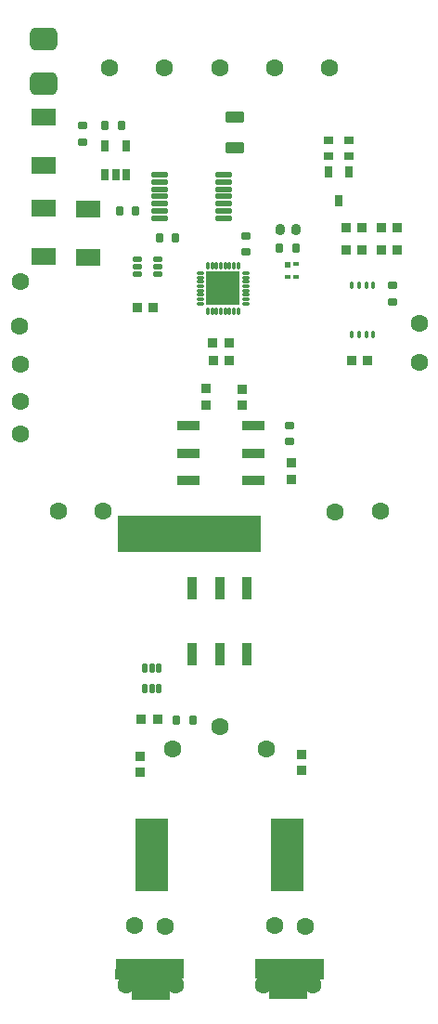
<source format=gts>
G04 Layer_Color=8388736*
%FSTAX43Y43*%
%MOMM*%
G71*
G01*
G75*
G04:AMPARAMS|DCode=50|XSize=0.85mm|YSize=0.7mm|CornerRadius=0.2mm|HoleSize=0mm|Usage=FLASHONLY|Rotation=90.000|XOffset=0mm|YOffset=0mm|HoleType=Round|Shape=RoundedRectangle|*
%AMROUNDEDRECTD50*
21,1,0.850,0.300,0,0,90.0*
21,1,0.450,0.700,0,0,90.0*
1,1,0.400,0.150,0.225*
1,1,0.400,0.150,-0.225*
1,1,0.400,-0.150,-0.225*
1,1,0.400,-0.150,0.225*
%
%ADD50ROUNDEDRECTD50*%
G04:AMPARAMS|DCode=51|XSize=1.6mm|YSize=0.45mm|CornerRadius=0.138mm|HoleSize=0mm|Usage=FLASHONLY|Rotation=180.000|XOffset=0mm|YOffset=0mm|HoleType=Round|Shape=RoundedRectangle|*
%AMROUNDEDRECTD51*
21,1,1.600,0.175,0,0,180.0*
21,1,1.325,0.450,0,0,180.0*
1,1,0.275,-0.662,0.087*
1,1,0.275,0.662,0.087*
1,1,0.275,0.662,-0.087*
1,1,0.275,-0.662,-0.087*
%
%ADD51ROUNDEDRECTD51*%
%ADD52R,0.900X0.950*%
%ADD53R,0.950X0.900*%
G04:AMPARAMS|DCode=54|XSize=0.5mm|YSize=0.85mm|CornerRadius=0.15mm|HoleSize=0mm|Usage=FLASHONLY|Rotation=270.000|XOffset=0mm|YOffset=0mm|HoleType=Round|Shape=RoundedRectangle|*
%AMROUNDEDRECTD54*
21,1,0.500,0.550,0,0,270.0*
21,1,0.200,0.850,0,0,270.0*
1,1,0.300,-0.275,-0.100*
1,1,0.300,-0.275,0.100*
1,1,0.300,0.275,0.100*
1,1,0.300,0.275,-0.100*
%
%ADD54ROUNDEDRECTD54*%
G04:AMPARAMS|DCode=55|XSize=0.5mm|YSize=0.85mm|CornerRadius=0.15mm|HoleSize=0mm|Usage=FLASHONLY|Rotation=180.000|XOffset=0mm|YOffset=0mm|HoleType=Round|Shape=RoundedRectangle|*
%AMROUNDEDRECTD55*
21,1,0.500,0.550,0,0,180.0*
21,1,0.200,0.850,0,0,180.0*
1,1,0.300,-0.100,0.275*
1,1,0.300,0.100,0.275*
1,1,0.300,0.100,-0.275*
1,1,0.300,-0.100,-0.275*
%
%ADD55ROUNDEDRECTD55*%
G04:AMPARAMS|DCode=56|XSize=0.85mm|YSize=0.7mm|CornerRadius=0.2mm|HoleSize=0mm|Usage=FLASHONLY|Rotation=0.000|XOffset=0mm|YOffset=0mm|HoleType=Round|Shape=RoundedRectangle|*
%AMROUNDEDRECTD56*
21,1,0.850,0.300,0,0,0.0*
21,1,0.450,0.700,0,0,0.0*
1,1,0.400,0.225,-0.150*
1,1,0.400,-0.225,-0.150*
1,1,0.400,-0.225,0.150*
1,1,0.400,0.225,0.150*
%
%ADD56ROUNDEDRECTD56*%
G04:AMPARAMS|DCode=57|XSize=2.5mm|YSize=2.1mm|CornerRadius=0.55mm|HoleSize=0mm|Usage=FLASHONLY|Rotation=180.000|XOffset=0mm|YOffset=0mm|HoleType=Round|Shape=RoundedRectangle|*
%AMROUNDEDRECTD57*
21,1,2.500,1.000,0,0,180.0*
21,1,1.400,2.100,0,0,180.0*
1,1,1.100,-0.700,0.500*
1,1,1.100,0.700,0.500*
1,1,1.100,0.700,-0.500*
1,1,1.100,-0.700,-0.500*
%
%ADD57ROUNDEDRECTD57*%
%ADD58R,2.200X1.500*%
G04:AMPARAMS|DCode=59|XSize=0.7mm|YSize=1.1mm|CornerRadius=0.2mm|HoleSize=0mm|Usage=FLASHONLY|Rotation=180.000|XOffset=0mm|YOffset=0mm|HoleType=Round|Shape=RoundedRectangle|*
%AMROUNDEDRECTD59*
21,1,0.700,0.700,0,0,180.0*
21,1,0.300,1.100,0,0,180.0*
1,1,0.400,-0.150,0.350*
1,1,0.400,0.150,0.350*
1,1,0.400,0.150,-0.350*
1,1,0.400,-0.150,-0.350*
%
%ADD59ROUNDEDRECTD59*%
G04:AMPARAMS|DCode=60|XSize=0.95mm|YSize=0.8mm|CornerRadius=0.225mm|HoleSize=0mm|Usage=FLASHONLY|Rotation=90.000|XOffset=0mm|YOffset=0mm|HoleType=Round|Shape=RoundedRectangle|*
%AMROUNDEDRECTD60*
21,1,0.950,0.350,0,0,90.0*
21,1,0.500,0.800,0,0,90.0*
1,1,0.450,0.175,0.250*
1,1,0.450,0.175,-0.250*
1,1,0.450,-0.175,-0.250*
1,1,0.450,-0.175,0.250*
%
%ADD60ROUNDEDRECTD60*%
%ADD61R,0.600X0.450*%
%ADD62R,0.600X0.530*%
%ADD63R,2.100X0.860*%
%ADD64R,0.860X2.100*%
G04:AMPARAMS|DCode=65|XSize=1.75mm|YSize=1.05mm|CornerRadius=0.287mm|HoleSize=0mm|Usage=FLASHONLY|Rotation=180.000|XOffset=0mm|YOffset=0mm|HoleType=Round|Shape=RoundedRectangle|*
%AMROUNDEDRECTD65*
21,1,1.750,0.475,0,0,180.0*
21,1,1.175,1.050,0,0,180.0*
1,1,0.575,-0.588,0.237*
1,1,0.575,0.588,0.237*
1,1,0.575,0.588,-0.237*
1,1,0.575,-0.588,-0.237*
%
%ADD65ROUNDEDRECTD65*%
%ADD66R,0.900X0.700*%
G04:AMPARAMS|DCode=67|XSize=0.7mm|YSize=0.35mm|CornerRadius=0.113mm|HoleSize=0mm|Usage=FLASHONLY|Rotation=90.000|XOffset=0mm|YOffset=0mm|HoleType=Round|Shape=RoundedRectangle|*
%AMROUNDEDRECTD67*
21,1,0.700,0.125,0,0,90.0*
21,1,0.475,0.350,0,0,90.0*
1,1,0.225,0.063,0.237*
1,1,0.225,0.063,-0.237*
1,1,0.225,-0.063,-0.237*
1,1,0.225,-0.063,0.237*
%
%ADD67ROUNDEDRECTD67*%
%ADD68O,0.300X0.800*%
%ADD69O,0.800X0.300*%
%ADD70R,3.100X3.100*%
%ADD71C,1.600*%
G36*
X0100687Y0092794D02*
X0087717D01*
Y0093894D01*
X0087712Y0093918D01*
Y0096119D01*
X0100687D01*
Y0092794D01*
D02*
G37*
G36*
X0104612Y0063269D02*
Y0061894D01*
X0101687D01*
Y0068543D01*
X0104624D01*
X0104612Y0063269D01*
D02*
G37*
G36*
X0089337Y006848D02*
X0092237D01*
Y0061972D01*
X0092187Y0061894D01*
X0089262D01*
Y006844D01*
X0089312Y0068519D01*
X0089337Y006848D01*
D02*
G37*
G36*
X0106462Y0053894D02*
X0104962Y0053894D01*
Y0052119D01*
X0101462D01*
Y0053919D01*
X0100237D01*
Y0055694D01*
X0106462D01*
Y0053894D01*
D02*
G37*
G36*
X0093687Y0053919D02*
X0092412D01*
Y0052019D01*
X0088962D01*
Y0053894D01*
X0087462D01*
X0087487Y0055694D01*
X0093687D01*
Y0053919D01*
D02*
G37*
D50*
X0087837Y0123894D02*
D03*
X0089337D02*
D03*
X0092962Y0121394D02*
D03*
X0091462D02*
D03*
X0094537Y0077519D02*
D03*
X0093037D02*
D03*
X0088037Y0131669D02*
D03*
X0086537D02*
D03*
X0103937Y0120494D02*
D03*
X0102437D02*
D03*
D51*
X0097312Y0127144D02*
D03*
Y0126494D02*
D03*
Y0125844D02*
D03*
Y0124544D02*
D03*
Y0123894D02*
D03*
Y0123244D02*
D03*
X0091462Y0125844D02*
D03*
Y0126494D02*
D03*
Y0127144D02*
D03*
Y0123244D02*
D03*
Y0123894D02*
D03*
Y0124544D02*
D03*
X0097312Y0125194D02*
D03*
X0091462D02*
D03*
D52*
X0089737Y0072744D02*
D03*
Y0074194D02*
D03*
X0104437Y0072919D02*
D03*
Y0074369D02*
D03*
X0103487Y0100894D02*
D03*
Y0099444D02*
D03*
X0099062Y0106194D02*
D03*
Y0107644D02*
D03*
X0095737Y0106219D02*
D03*
Y0107669D02*
D03*
D53*
X0090912Y0115094D02*
D03*
X0089462D02*
D03*
X0091287Y0077569D02*
D03*
X0089837D02*
D03*
X0096362Y0111894D02*
D03*
X0097812D02*
D03*
X0096387Y0110244D02*
D03*
X0097837D02*
D03*
X0108537Y0120294D02*
D03*
X0109987D02*
D03*
X0108512Y0122344D02*
D03*
X0109962D02*
D03*
X0113187Y0122319D02*
D03*
X0111737D02*
D03*
X0109037Y0110219D02*
D03*
X0110487D02*
D03*
X0113162Y0120319D02*
D03*
X0111712D02*
D03*
D54*
X0091337Y0118144D02*
D03*
Y0118794D02*
D03*
Y0119444D02*
D03*
X0089437D02*
D03*
Y0118794D02*
D03*
Y0118144D02*
D03*
D55*
X0090137Y0080344D02*
D03*
X0090787D02*
D03*
X0091437D02*
D03*
Y0082244D02*
D03*
X0090787D02*
D03*
X0090137D02*
D03*
D56*
X0084437Y0131669D02*
D03*
Y0130169D02*
D03*
X0099412Y0121619D02*
D03*
Y0120119D02*
D03*
X0103387Y0102844D02*
D03*
Y0104344D02*
D03*
X0112762Y0117094D02*
D03*
Y0115594D02*
D03*
D57*
X0080937Y0139519D02*
D03*
Y0135519D02*
D03*
D58*
X0085012Y0124069D02*
D03*
Y0119669D02*
D03*
X0080887Y0124119D02*
D03*
Y0119719D02*
D03*
Y0128019D02*
D03*
Y0132419D02*
D03*
D59*
X0086537Y0129769D02*
D03*
X0088437D02*
D03*
Y0127169D02*
D03*
X0087487D02*
D03*
X0086537D02*
D03*
X0107837Y0124844D02*
D03*
X0106887Y0127444D02*
D03*
X0108787D02*
D03*
D60*
X0103937Y0122169D02*
D03*
X0102487D02*
D03*
D61*
X0103937Y0119044D02*
D03*
Y0117844D02*
D03*
X0103187D02*
D03*
D62*
Y0119004D02*
D03*
D63*
X0094087Y0104319D02*
D03*
Y0101819D02*
D03*
Y0099319D02*
D03*
X0100087D02*
D03*
Y0101819D02*
D03*
Y0104319D02*
D03*
D64*
X0094462Y0083494D02*
D03*
X0096962D02*
D03*
X0099462D02*
D03*
Y0089494D02*
D03*
X0096962D02*
D03*
X0094462D02*
D03*
D65*
X0098387Y0129644D02*
D03*
Y0132394D02*
D03*
D66*
X0108737Y0128894D02*
D03*
Y0130294D02*
D03*
X0106887Y0128894D02*
D03*
Y0130294D02*
D03*
D67*
X0109687Y0117094D02*
D03*
X0110337D02*
D03*
X0109687Y0112644D02*
D03*
X0110337D02*
D03*
X0109037Y0117094D02*
D03*
X0110987D02*
D03*
X0109037Y0112644D02*
D03*
X0110987D02*
D03*
D68*
X0098687Y0118869D02*
D03*
X0098287D02*
D03*
X0097887D02*
D03*
X0097487D02*
D03*
X0097087D02*
D03*
X0096687D02*
D03*
X0096287D02*
D03*
X0095887D02*
D03*
Y0114769D02*
D03*
X0096287D02*
D03*
X0096687D02*
D03*
X0097087D02*
D03*
X0097487D02*
D03*
X0097887D02*
D03*
X0098287D02*
D03*
X0098687D02*
D03*
D69*
X0095237Y0118219D02*
D03*
Y0117819D02*
D03*
Y0117419D02*
D03*
Y0117019D02*
D03*
Y0116619D02*
D03*
Y0116219D02*
D03*
Y0115819D02*
D03*
Y0115419D02*
D03*
X0099337D02*
D03*
Y0115819D02*
D03*
Y0116219D02*
D03*
Y0116619D02*
D03*
Y0117019D02*
D03*
Y0117419D02*
D03*
Y0117819D02*
D03*
Y0118219D02*
D03*
D70*
X0097287Y0116819D02*
D03*
D71*
X0096962Y0136894D02*
D03*
X0089187Y0058744D02*
D03*
X0107537Y0096444D02*
D03*
X0082262Y0096544D02*
D03*
X0104762Y0058694D02*
D03*
X0078687Y0113419D02*
D03*
X0078762Y0109894D02*
D03*
X0078762Y0106544D02*
D03*
X0115162Y0113644D02*
D03*
Y0110119D02*
D03*
X0078762Y0117419D02*
D03*
X0111662Y0096494D02*
D03*
X0078762Y0103594D02*
D03*
X0096962Y0076894D02*
D03*
X0086312Y0096544D02*
D03*
X0088462Y0053394D02*
D03*
X0105462D02*
D03*
X0101962Y0136894D02*
D03*
X0106962D02*
D03*
X0091962D02*
D03*
X0086962D02*
D03*
X0092712Y0074894D02*
D03*
X0101212D02*
D03*
X0100962Y0053394D02*
D03*
X0092962D02*
D03*
X0092037Y0058719D02*
D03*
X0101987Y0058744D02*
D03*
M02*

</source>
